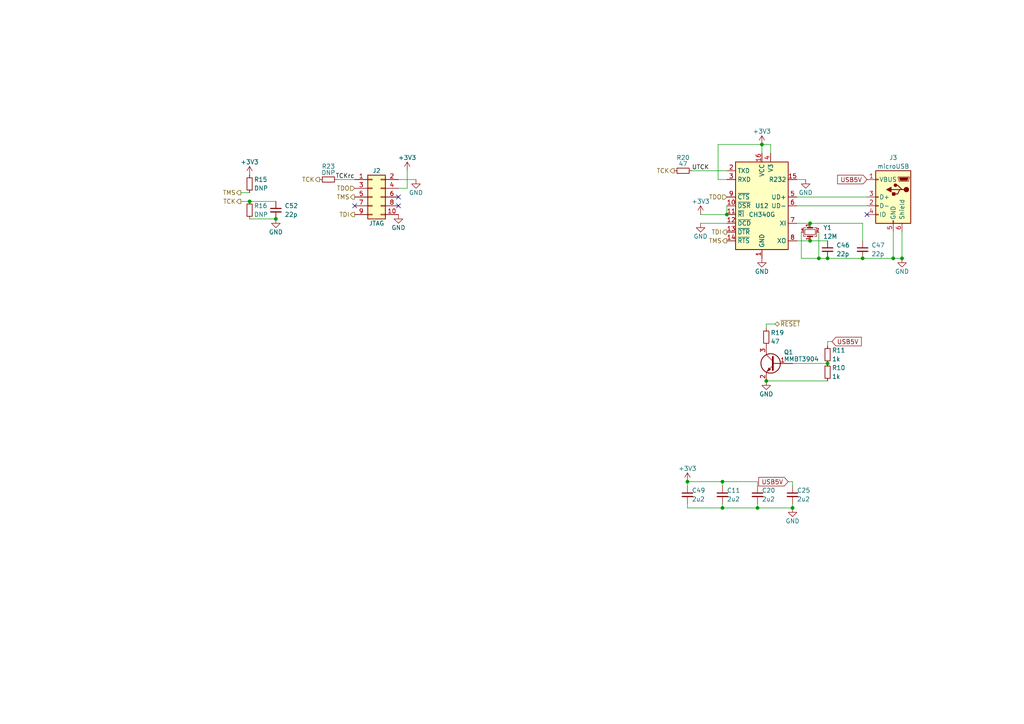
<source format=kicad_sch>
(kicad_sch (version 20231120) (generator "eeschema") (generator_version "8.0")
  (paper "A4")
  (title_block (title "WarpSE (GW4410A)") (date "2024-04-23") (rev "1.0") (company "Garrett's Workshop"))
  (lib_symbols
    (symbol "Connector:USB_B_Micro" (pin_names (offset 1.016))
      (property "Reference" "J" (at -5.08 11.43 0))
      (property "Value" "USB_B_Micro" (at -5.08 8.89 0))
      (symbol "USB_B_Micro_0_1"
        (rectangle (start -5.08 -7.62) (end 5.08 7.62) (stroke (width 0.254)) (fill (type background)))
        (circle (center -3.81 2.159) (radius 0.635) (stroke (width 0.254)) (fill (type outline)))
        (circle (center -0.635 3.429) (radius 0.381) (stroke (width 0.254)) (fill (type outline)))
        (rectangle (start -0.127 -7.62) (end 0.127 -6.858))
        (polyline (pts (xy -1.905 2.159) (xy 0.635 2.159)) (stroke (width 0.254)))
        (polyline (pts (xy -3.175 2.159) (xy -2.54 2.159) (xy -1.27 3.429) (xy -0.635 3.429)) (stroke (width 0.254)))
        (polyline (pts (xy -2.54 2.159) (xy -1.905 2.159) (xy -1.27 0.889) (xy 0 0.889)) (stroke (width 0.254)))
        (polyline (pts (xy 0.635 2.794) (xy 0.635 1.524) (xy 1.905 2.159) (xy 0.635 2.794)) (stroke (width 0.254)) (fill (type outline)))
        (polyline (pts (xy -4.318 5.588) (xy -1.778 5.588) (xy -2.032 4.826) (xy -4.064 4.826) (xy -4.318 5.588)) (fill (type outline)))
        (polyline (pts (xy -4.699 5.842) (xy -4.699 5.588) (xy -4.445 4.826) (xy -4.445 4.572) (xy -1.651 4.572) (xy -1.651 4.826) (xy -1.397 5.588) (xy -1.397 5.842) (xy -4.699 5.842)))
        (rectangle (start 0.254 1.27) (end -0.508 0.508) (stroke (width 0.254)) (fill (type outline)))
        (rectangle (start 5.08 -5.207) (end 4.318 -4.953))
        (rectangle (start 5.08 -2.667) (end 4.318 -2.413))
        (rectangle (start 5.08 -0.127) (end 4.318 0.127))
        (rectangle (start 5.08 4.953) (end 4.318 5.207))
      )
      (symbol "USB_B_Micro_1_1"
        (pin power_out line (at 7.62 5.08 180) (length 2.54) (name "VBUS") (number "1"))
        (pin bidirectional line (at 7.62 -2.54 180) (length 2.54) (name "D-") (number "2"))
        (pin bidirectional line (at 7.62 0 180) (length 2.54) (name "D+") (number "3"))
        (pin passive line (at 7.62 -5.08 180) (length 2.54) (name "ID") (number "4"))
        (pin power_out line (at 0 -10.16 90) (length 2.54) (name "GND") (number "5"))
        (pin passive line (at -2.54 -10.16 90) (length 2.54) (name "Shield") (number "6"))
      )
    )
    (symbol "Connector_Generic:Conn_02x05_Odd_Even" (pin_names (offset 1.016) hide)
      (property "Reference" "J" (at 1.27 7.62 0))
      (property "Value" "Conn_02x05_Odd_Even" (at 1.27 -7.62 0))
      (symbol "Conn_02x05_Odd_Even_1_1"
        (rectangle (start -1.27 -4.953) (end 0 -5.207) (stroke (width 0.1524)))
        (rectangle (start -1.27 -2.413) (end 0 -2.667) (stroke (width 0.1524)))
        (rectangle (start -1.27 0.127) (end 0 -0.127) (stroke (width 0.1524)))
        (rectangle (start -1.27 2.667) (end 0 2.413) (stroke (width 0.1524)))
        (rectangle (start -1.27 5.207) (end 0 4.953) (stroke (width 0.1524)))
        (rectangle (start -1.27 6.35) (end 3.81 -6.35) (stroke (width 0.254)) (fill (type background)))
        (rectangle (start 3.81 -4.953) (end 2.54 -5.207) (stroke (width 0.1524)))
        (rectangle (start 3.81 -2.413) (end 2.54 -2.667) (stroke (width 0.1524)))
        (rectangle (start 3.81 0.127) (end 2.54 -0.127) (stroke (width 0.1524)))
        (rectangle (start 3.81 2.667) (end 2.54 2.413) (stroke (width 0.1524)))
        (rectangle (start 3.81 5.207) (end 2.54 4.953) (stroke (width 0.1524)))
        (pin passive line (at -5.08 5.08 0) (length 3.81) (name "Pin_1") (number "1"))
        (pin passive line (at 7.62 -5.08 180) (length 3.81) (name "Pin_10") (number "10"))
        (pin passive line (at 7.62 5.08 180) (length 3.81) (name "Pin_2") (number "2"))
        (pin passive line (at -5.08 2.54 0) (length 3.81) (name "Pin_3") (number "3"))
        (pin passive line (at 7.62 2.54 180) (length 3.81) (name "Pin_4") (number "4"))
        (pin passive line (at -5.08 0 0) (length 3.81) (name "Pin_5") (number "5"))
        (pin passive line (at 7.62 0 180) (length 3.81) (name "Pin_6") (number "6"))
        (pin passive line (at -5.08 -2.54 0) (length 3.81) (name "Pin_7") (number "7"))
        (pin passive line (at 7.62 -2.54 180) (length 3.81) (name "Pin_8") (number "8"))
        (pin passive line (at -5.08 -5.08 0) (length 3.81) (name "Pin_9") (number "9"))
      )
    )
    (symbol "Device:C_Small" (pin_numbers hide) (pin_names (offset 0.254) hide)
      (property "Reference" "C" (at 0.254 1.778 0))
      (property "Value" "C_Small" (at 0.254 -2.032 0))
      (symbol "C_Small_0_1"
        (polyline (pts (xy -1.524 -0.508) (xy 1.524 -0.508)) (stroke (width 0.3302)))
        (polyline (pts (xy -1.524 0.508) (xy 1.524 0.508)) (stroke (width 0.3048)))
      )
      (symbol "C_Small_1_1"
        (pin passive line (at 0 2.54 270) (length 2.032) (name "~") (number "1"))
        (pin passive line (at 0 -2.54 90) (length 2.032) (name "~") (number "2"))
      )
    )
    (symbol "Device:Crystal_GND24_Small" (pin_names (offset 1.016) hide)
      (property "Reference" "Y" (at 1.27 4.445 0))
      (property "Value" "Crystal_GND24_Small" (at 1.27 2.54 0))
      (symbol "Crystal_GND24_Small_0_1"
        (rectangle (start -0.762 -1.524) (end 0.762 1.524))
        (polyline (pts (xy -1.27 -0.762) (xy -1.27 0.762)) (stroke (width 0.381)))
        (polyline (pts (xy 1.27 -0.762) (xy 1.27 0.762)) (stroke (width 0.381)))
        (polyline (pts (xy -1.27 -1.27) (xy -1.27 -1.905) (xy 1.27 -1.905) (xy 1.27 -1.27)))
        (polyline (pts (xy -1.27 1.27) (xy -1.27 1.905) (xy 1.27 1.905) (xy 1.27 1.27)))
      )
      (symbol "Crystal_GND24_Small_1_1"
        (pin passive line (at -2.54 0 0) (length 1.27) (name "1") (number "1"))
        (pin passive line (at 0 -2.54 90) (length 0.635) (name "2") (number "2"))
        (pin passive line (at 2.54 0 180) (length 1.27) (name "3") (number "3"))
        (pin passive line (at 0 2.54 270) (length 0.635) (name "4") (number "4"))
      )
    )
    (symbol "Device:R_Small" (pin_numbers hide) (pin_names (offset 0.254) hide)
      (property "Reference" "R" (at 0.762 0.508 0))
      (property "Value" "R_Small" (at 0.762 -1.016 0))
      (symbol "R_Small_0_1"
        (rectangle (start -0.762 1.778) (end 0.762 -1.778) (stroke (width 0.2032)))
      )
      (symbol "R_Small_1_1"
        (pin passive line (at 0 2.54 270) (length 0.762) (name "~") (number "1"))
        (pin passive line (at 0 -2.54 90) (length 0.762) (name "~") (number "2"))
      )
    )
    (symbol "Interface_USB:CH340G"
      (property "Reference" "U" (at -5.08 13.97 0))
      (property "Value" "CH340G" (at 1.27 13.97 0))
      (symbol "CH340G_0_1"
        (rectangle (start -7.62 12.7) (end 7.62 -12.7) (stroke (width 0.254)) (fill (type background)))
      )
      (symbol "CH340G_1_1"
        (pin power_in line (at 0 -15.24 90) (length 2.54) (name "GND") (number "1"))
        (pin input line (at 10.16 0 180) (length 2.54) (name "~{DSR}") (number "10"))
        (pin input line (at 10.16 -2.54 180) (length 2.54) (name "~{RI}") (number "11"))
        (pin input line (at 10.16 -5.08 180) (length 2.54) (name "~{DCD}") (number "12"))
        (pin output line (at 10.16 -7.62 180) (length 2.54) (name "~{DTR}") (number "13"))
        (pin output line (at 10.16 -10.16 180) (length 2.54) (name "~{RTS}") (number "14"))
        (pin input line (at -10.16 7.62 0) (length 2.54) (name "R232") (number "15"))
        (pin power_in line (at 0 15.24 270) (length 2.54) (name "VCC") (number "16"))
        (pin output line (at 10.16 10.16 180) (length 2.54) (name "TXD") (number "2"))
        (pin input line (at 10.16 7.62 180) (length 2.54) (name "RXD") (number "3"))
        (pin passive line (at -2.54 15.24 270) (length 2.54) (name "V3") (number "4"))
        (pin bidirectional line (at -10.16 2.54 0) (length 2.54) (name "UD+") (number "5"))
        (pin bidirectional line (at -10.16 0 0) (length 2.54) (name "UD-") (number "6"))
        (pin input line (at -10.16 -5.08 0) (length 2.54) (name "XI") (number "7"))
        (pin output line (at -10.16 -10.16 0) (length 2.54) (name "XO") (number "8"))
        (pin input line (at 10.16 2.54 180) (length 2.54) (name "~{CTS}") (number "9"))
      )
    )
    (symbol "Transistor_BJT:MMBT3904" (pin_names (offset 0) hide)
      (property "Reference" "Q" (at 5.08 1.905 0))
      (property "Value" "MMBT3904" (at 5.08 0 0))
      (symbol "MMBT3904_0_1"
        (polyline (pts (xy 0.635 0.635) (xy 2.54 2.54)))
        (polyline (pts (xy 0.635 -0.635) (xy 2.54 -2.54) (xy 2.54 -2.54)))
        (polyline (pts (xy 0.635 1.905) (xy 0.635 -1.905) (xy 0.635 -1.905)) (stroke (width 0.508)))
        (polyline (pts (xy 1.27 -1.778) (xy 1.778 -1.27) (xy 2.286 -2.286) (xy 1.27 -1.778) (xy 1.27 -1.778)) (fill (type outline)))
        (circle (center 1.27 0) (radius 2.8194) (stroke (width 0.254)))
      )
      (symbol "MMBT3904_1_1"
        (pin input line (at -5.08 0 0) (length 5.715) (name "B") (number "1"))
        (pin passive line (at 2.54 -5.08 90) (length 2.54) (name "E") (number "2"))
        (pin passive line (at 2.54 5.08 270) (length 2.54) (name "C") (number "3"))
      )
    )
    (symbol "power:+3V3" (power) (pin_names (offset 0))
      (property "Value" "+3V3" (at 0 3.556 0))
      (symbol "+3V3_0_1"
        (polyline (pts (xy -0.762 1.27) (xy 0 2.54)))
        (polyline (pts (xy 0 0) (xy 0 2.54)))
        (polyline (pts (xy 0 2.54) (xy 0.762 1.27)))
      )
      (symbol "+3V3_1_1"
        (pin power_in line (at 0 0 90) (length 0) hide (name "+3V3") (number "1"))
      )
    )
    (symbol "power:GND" (power) (pin_names (offset 0))
      (property "Value" "GND" (at 0 -3.81 0))
      (symbol "GND_0_1"
        (polyline (pts (xy 0 0) (xy 0 -1.27) (xy 1.27 -1.27) (xy 0 -2.54) (xy -1.27 -1.27) (xy 0 -1.27)))
      )
      (symbol "GND_1_1"
        (pin power_in line (at 0 0 270) (length 0) hide (name "GND") (number "1"))
      )
    )
  )
  (junction (at 261.62 74.93))
  (junction (at 210.82 62.23))
  (junction (at 209.55 139.7))
  (junction (at 220.98 41.91))
  (junction (at 250.19 74.93))
  (junction (at 237.49 74.93))
  (junction (at 234.95 69.85))
  (junction (at 240.03 74.93))
  (junction (at 72.39 58.42))
  (junction (at 222.25 110.49))
  (junction (at 219.71 147.32))
  (junction (at 240.03 105.41))
  (junction (at 229.87 147.32))
  (junction (at 80.01 63.5))
  (junction (at 209.55 147.32))
  (junction (at 259.08 74.93))
  (junction (at 234.95 64.77))
  (junction (at 199.39 139.7))
  (no_connect (at 115.57 59.69))
  (no_connect (at 251.46 62.23))
  (no_connect (at 102.87 59.69))
  (no_connect (at 115.57 57.15))
  (wire (pts (xy 231.14 64.77) (xy 234.95 64.77)))
  (wire (pts (xy 240.03 69.85) (xy 234.95 69.85)))
  (wire (pts (xy 250.19 64.77) (xy 250.19 69.85)))
  (wire (pts (xy 115.57 52.07) (xy 120.65 52.07)))
  (wire (pts (xy 223.52 41.91) (xy 223.52 44.45)))
  (wire (pts (xy 208.28 41.91) (xy 220.98 41.91)))
  (wire (pts (xy 231.14 69.85) (xy 234.95 69.85)))
  (wire (pts (xy 240.03 74.93) (xy 250.19 74.93)))
  (wire (pts (xy 209.55 139.7) (xy 219.71 139.7)))
  (wire (pts (xy 115.57 54.61) (xy 118.11 54.61)))
  (wire (pts (xy 72.39 55.88) (xy 69.85 55.88)))
  (wire (pts (xy 229.87 139.7) (xy 229.87 140.97)))
  (wire (pts (xy 72.39 58.42) (xy 80.01 58.42)))
  (wire (pts (xy 259.08 74.93) (xy 261.62 74.93)))
  (wire (pts (xy 118.11 54.61) (xy 118.11 49.53)))
  (wire (pts (xy 237.49 74.93) (xy 232.41 74.93)))
  (wire (pts (xy 219.71 139.7) (xy 219.71 140.97)))
  (wire (pts (xy 237.49 67.31) (xy 237.49 74.93)))
  (wire (pts (xy 222.25 93.98) (xy 222.25 95.25)))
  (wire (pts (xy 72.39 63.5) (xy 80.01 63.5)))
  (wire (pts (xy 199.39 139.7) (xy 199.39 140.97)))
  (wire (pts (xy 229.87 147.32) (xy 229.87 146.05)))
  (wire (pts (xy 261.62 67.31) (xy 261.62 74.93)))
  (wire (pts (xy 210.82 62.23) (xy 210.82 59.69)))
  (wire (pts (xy 209.55 139.7) (xy 209.55 140.97)))
  (wire (pts (xy 220.98 41.91) (xy 223.52 41.91)))
  (wire (pts (xy 241.3 99.06) (xy 240.03 99.06)))
  (wire (pts (xy 234.95 64.77) (xy 250.19 64.77)))
  (wire (pts (xy 69.85 58.42) (xy 72.39 58.42)))
  (wire (pts (xy 240.03 105.41) (xy 229.87 105.41)))
  (wire (pts (xy 219.71 147.32) (xy 219.71 146.05)))
  (wire (pts (xy 259.08 67.31) (xy 259.08 74.93)))
  (wire (pts (xy 233.68 52.07) (xy 231.14 52.07)))
  (wire (pts (xy 250.19 74.93) (xy 259.08 74.93)))
  (wire (pts (xy 209.55 147.32) (xy 199.39 147.32)))
  (wire (pts (xy 199.39 139.7) (xy 209.55 139.7)))
  (wire (pts (xy 203.2 62.23) (xy 210.82 62.23)))
  (wire (pts (xy 219.71 147.32) (xy 209.55 147.32)))
  (wire (pts (xy 222.25 110.49) (xy 240.03 110.49)))
  (wire (pts (xy 237.49 74.93) (xy 240.03 74.93)))
  (wire (pts (xy 209.55 147.32) (xy 209.55 146.05)))
  (wire (pts (xy 240.03 99.06) (xy 240.03 100.33)))
  (wire (pts (xy 229.87 139.7) (xy 228.6 139.7)))
  (wire (pts (xy 199.39 147.32) (xy 199.39 146.05)))
  (wire (pts (xy 219.71 147.32) (xy 229.87 147.32)))
  (wire (pts (xy 232.41 74.93) (xy 232.41 67.31)))
  (wire (pts (xy 251.46 57.15) (xy 231.14 57.15)))
  (wire (pts (xy 208.28 41.91) (xy 208.28 52.07)))
  (wire (pts (xy 224.79 93.98) (xy 222.25 93.98)))
  (wire (pts (xy 203.2 64.77) (xy 210.82 64.77)))
  (wire (pts (xy 208.28 52.07) (xy 210.82 52.07)))
  (wire (pts (xy 231.14 59.69) (xy 251.46 59.69)))
  (wire (pts (xy 220.98 41.91) (xy 220.98 44.45)))
  (wire (pts (xy 97.79 52.07) (xy 102.87 52.07)))
  (wire (pts (xy 210.82 49.53) (xy 200.66 49.53)))
  (label "UTCK" (at 200.66 49.53 0))
  (label "TCKrc" (at 102.87 52.07 180))
  (global_label "USB5V" (shape input) (at 251.46 52.07 180) (property "Intersheetrefs" "${INTERSHEET_REFS}" (effects (hide yes))))
  (global_label "USB5V" (shape input) (at 228.6 139.7 180) (property "Intersheetrefs" "${INTERSHEET_REFS}" (effects (hide yes))))
  (global_label "USB5V" (shape input) (at 241.3 99.06 0) (property "Intersheetrefs" "${INTERSHEET_REFS}" (effects (hide yes))))
  (hierarchical_label "TCK" (shape output) (at 92.71 52.07 180))
  (hierarchical_label "TCK" (shape output) (at 69.85 58.42 180))
  (hierarchical_label "TMS" (shape output) (at 69.85 55.88 180))
  (hierarchical_label "~{RESET}" (shape tri_state) (at 224.79 93.98 0))
  (hierarchical_label "TMS" (shape output) (at 210.82 69.85 180))
  (hierarchical_label "TDI" (shape output) (at 102.87 62.23 180))
  (hierarchical_label "TMS" (shape output) (at 102.87 57.15 180))
  (hierarchical_label "TDO" (shape input) (at 210.82 57.15 180))
  (hierarchical_label "TCK" (shape output) (at 195.58 49.53 180))
  (hierarchical_label "TDO" (shape input) (at 102.87 54.61 180))
  (hierarchical_label "TDI" (shape output) (at 210.82 67.31 180))
  (symbol (lib_id "Connector_Generic:Conn_02x05_Odd_Even") (at 107.95 57.15 0) (unit 1)
    (property "Reference" "J2" (at 109.22 49.53 0))
    (property "Value" "JTAG" (at 109.22 64.77 0))
    (property "Footprint" "stdpads:Tag-Connect_TC2050-IDC-FP_2x05_P1.27mm_Vertical" (effects (hide yes)))
  )
  (symbol (lib_id "power:+3V3") (at 118.11 49.53 0) (unit 1)
    (property "Reference" "#PWR0128" (effects (hide yes)))
    (property "Value" "+3V3" (at 118.11 45.72 0))
  )
  (symbol (lib_id "Interface_USB:CH340G") (at 220.98 59.69 0) (mirror y) (unit 1)
    (property "Reference" "U12" (at 220.98 59.69 0))
    (property "Value" "CH340G" (at 220.98 62.23 0))
    (property "Footprint" "stdpads:SOIC-16_3.9mm" (effects (hide yes)))
    (property "LCSC Part" "C14267" (effects (hide yes)))
  )
  (symbol (lib_id "power:GND") (at 233.68 52.07 0) (mirror y) (unit 1)
    (property "Reference" "#PWR0164" (effects (hide yes)))
    (property "Value" "GND" (at 233.68 55.88 0))
  )
  (symbol (lib_id "Device:C_Small") (at 209.55 143.51 0) (unit 1)
    (property "Reference" "C11" (at 210.82 142.24 0) (effects (justify left)))
    (property "Value" "2u2" (at 210.82 144.78 0) (effects (justify left)))
    (property "Footprint" "stdpads:C_0603" (effects (hide yes)))
    (property "LCSC Part" "C23630" (effects (hide yes)))
  )
  (symbol (lib_id "Device:C_Small") (at 229.87 143.51 0) (unit 1)
    (property "Reference" "C25" (at 231.14 142.24 0) (effects (justify left)))
    (property "Value" "2u2" (at 231.14 144.78 0) (effects (justify left)))
    (property "Footprint" "stdpads:C_0603" (effects (hide yes)))
    (property "LCSC Part" "C23630" (effects (hide yes)))
  )
  (symbol (lib_id "power:GND") (at 261.62 74.93 0) (mirror y) (unit 1)
    (property "Reference" "#PWR0165" (effects (hide yes)))
    (property "Value" "GND" (at 261.62 78.74 0))
  )
  (symbol (lib_id "power:GND") (at 115.57 62.23 0) (unit 1)
    (property "Reference" "#PWR0127" (effects (hide yes)))
    (property "Value" "GND" (at 115.57 66.04 0))
  )
  (symbol (lib_id "Device:C_Small") (at 240.03 72.39 0) (unit 1)
    (property "Reference" "C46" (at 242.57 71.12 0) (effects (justify left)))
    (property "Value" "22p" (at 242.57 73.66 0) (effects (justify left)))
    (property "Footprint" "stdpads:C_0603" (effects (hide yes)))
    (property "LCSC Part" "C1653" (effects (hide yes)))
  )
  (symbol (lib_id "Device:C_Small") (at 250.19 72.39 0) (unit 1)
    (property "Reference" "C47" (at 252.73 71.12 0) (effects (justify left)))
    (property "Value" "22p" (at 252.73 73.66 0) (effects (justify left)))
    (property "Footprint" "stdpads:C_0603" (effects (hide yes)))
    (property "LCSC Part" "C1653" (effects (hide yes)))
  )
  (symbol (lib_id "Connector:USB_B_Micro") (at 259.08 57.15 0) (mirror y) (unit 1)
    (property "Reference" "J3" (at 259.08 45.72 0))
    (property "Value" "microUSB" (at 259.08 48.26 0))
    (property "Footprint" "stdpads:USB_Micro-B_Amphenol_10118192-0001" (effects (hide yes)))
    (property "LCSC Part" "C132564" (effects (hide yes)))
  )
  (symbol (lib_id "power:GND") (at 120.65 52.07 0) (unit 1)
    (property "Reference" "#PWR0204" (effects (hide yes)))
    (property "Value" "GND" (at 120.65 55.88 0))
  )
  (symbol (lib_id "power:GND") (at 229.87 147.32 0) (mirror y) (unit 1)
    (property "Reference" "#PWR0199" (effects (hide yes)))
    (property "Value" "GND" (at 229.87 151.13 0))
  )
  (symbol (lib_id "power:GND") (at 220.98 74.93 0) (mirror y) (unit 1)
    (property "Reference" "#PWR0162" (effects (hide yes)))
    (property "Value" "GND" (at 220.98 78.74 0))
  )
  (symbol (lib_id "Device:R_Small") (at 72.39 60.96 0) (mirror y) (unit 1)
    (property "Reference" "R16" (at 73.66 59.69 0) (effects (justify right)))
    (property "Value" "DNP" (at 73.66 62.23 0) (effects (justify right)))
    (property "Footprint" "stdpads:R_0603" (effects (hide yes)))
  )
  (symbol (lib_id "Device:R_Small") (at 72.39 53.34 0) (mirror y) (unit 1)
    (property "Reference" "R15" (at 73.66 52.07 0) (effects (justify right)))
    (property "Value" "DNP" (at 73.66 54.61 0) (effects (justify right)))
    (property "Footprint" "stdpads:R_0603" (effects (hide yes)))
  )
  (symbol (lib_id "power:+3V3") (at 72.39 50.8 0) (unit 1)
    (property "Reference" "#PWR0205" (effects (hide yes)))
    (property "Value" "+3V3" (at 72.39 46.99 0))
  )
  (symbol (lib_id "power:GND") (at 80.01 63.5 0) (unit 1)
    (property "Reference" "#PWR0206" (effects (hide yes)))
    (property "Value" "GND" (at 80.01 67.31 0))
  )
  (symbol (lib_id "Device:R_Small") (at 240.03 102.87 180) (unit 1)
    (property "Reference" "R11" (at 241.3 101.6 0) (effects (justify right)))
    (property "Value" "1k" (at 241.3 104.14 0) (effects (justify right)))
    (property "Footprint" "stdpads:R_0603" (effects (hide yes)))
    (property "LCSC Part" "C21190" (effects (hide yes)))
  )
  (symbol (lib_id "power:+3V3") (at 203.2 62.23 0) (unit 1)
    (property "Reference" "#PWR022" (effects (hide yes)))
    (property "Value" "+3V3" (at 203.2 58.42 0))
  )
  (symbol (lib_id "Device:Crystal_GND24_Small") (at 234.95 67.31 90) (unit 1)
    (property "Reference" "Y1" (at 238.76 66.04 90) (effects (justify right)))
    (property "Value" "12M" (at 238.76 68.58 90) (effects (justify right)))
    (property "Footprint" "stdpads:Crystal_SMD_3225-4Pin_3.2x2.5mm" (effects (hide yes)))
    (property "LCSC Part" "C9002" (effects (hide yes)))
  )
  (symbol (lib_id "power:+3V3") (at 199.39 139.7 0) (unit 1)
    (property "Reference" "#PWR023" (effects (hide yes)))
    (property "Value" "+3V3" (at 199.39 135.89 0))
  )
  (symbol (lib_id "Transistor_BJT:MMBT3904") (at 224.79 105.41 0) (mirror y) (unit 1)
    (property "Reference" "Q1" (at 227.33 102.87 0) (effects (justify right bottom)))
    (property "Value" "MMBT3904" (at 227.33 104.14 0) (effects (justify right)))
    (property "Footprint" "stdpads:SOT-23" (effects (hide yes)))
    (property "LCSC Part" "C20526" (effects (hide yes)))
  )
  (symbol (lib_id "Device:R_Small") (at 198.12 49.53 270) (unit 1)
    (property "Reference" "R20" (at 198.12 45.72 90))
    (property "Value" "47" (at 198.12 48.26 90) (effects (justify bottom)))
    (property "Footprint" "stdpads:R_0603" (effects (hide yes)))
    (property "LCSC Part" "C23182" (effects (hide yes)))
  )
  (symbol (lib_id "Device:R_Small") (at 222.25 97.79 0) (mirror y) (unit 1)
    (property "Reference" "R19" (at 223.52 96.52 0) (effects (justify right)))
    (property "Value" "47" (at 223.52 99.06 0) (effects (justify right)))
    (property "Footprint" "stdpads:R_0603" (effects (hide yes)))
    (property "LCSC Part" "C23182" (effects (hide yes)))
  )
  (symbol (lib_id "power:GND") (at 203.2 64.77 0) (mirror y) (unit 1)
    (property "Reference" "#PWR0113" (effects (hide yes)))
    (property "Value" "GND" (at 203.2 68.58 0))
  )
  (symbol (lib_id "Device:C_Small") (at 199.39 143.51 0) (unit 1)
    (property "Reference" "C49" (at 200.66 142.24 0) (effects (justify left)))
    (property "Value" "2u2" (at 200.66 144.78 0) (effects (justify left)))
    (property "Footprint" "stdpads:C_0603" (effects (hide yes)))
    (property "LCSC Part" "C23630" (effects (hide yes)))
  )
  (symbol (lib_id "Device:R_Small") (at 95.25 52.07 270) (unit 1)
    (property "Reference" "R23" (at 95.25 48.26 90))
    (property "Value" "DNP" (at 95.25 50.8 90) (effects (justify bottom)))
    (property "Footprint" "stdpads:R_0603" (effects (hide yes)))
  )
  (symbol (lib_id "Device:C_Small") (at 219.71 143.51 0) (unit 1)
    (property "Reference" "C20" (at 220.98 142.24 0) (effects (justify left)))
    (property "Value" "2u2" (at 220.98 144.78 0) (effects (justify left)))
    (property "Footprint" "stdpads:C_0603" (effects (hide yes)))
    (property "LCSC Part" "C23630" (effects (hide yes)))
  )
  (symbol (lib_id "power:GND") (at 222.25 110.49 0) (unit 1)
    (property "Reference" "#PWR020" (effects (hide yes)))
    (property "Value" "GND" (at 222.25 114.3 0))
  )
  (symbol (lib_id "Device:R_Small") (at 240.03 107.95 180) (unit 1)
    (property "Reference" "R10" (at 241.3 106.68 0) (effects (justify right)))
    (property "Value" "1k" (at 241.3 109.22 0) (effects (justify right)))
    (property "Footprint" "stdpads:R_0603" (effects (hide yes)))
    (property "LCSC Part" "C21190" (effects (hide yes)))
  )
  (symbol (lib_id "power:+3V3") (at 220.98 41.91 0) (unit 1)
    (property "Reference" "#PWR021" (effects (hide yes)))
    (property "Value" "+3V3" (at 220.98 38.1 0))
  )
  (symbol (lib_id "Device:C_Small") (at 80.01 60.96 0) (unit 1)
    (property "Reference" "C52" (at 82.55 59.69 0) (effects (justify left)))
    (property "Value" "22p" (at 82.55 62.23 0) (effects (justify left)))
    (property "Footprint" "stdpads:C_0603" (effects (hide yes)))
    (property "LCSC Part" "C1653" (effects (hide yes)))
  )
)
</source>
